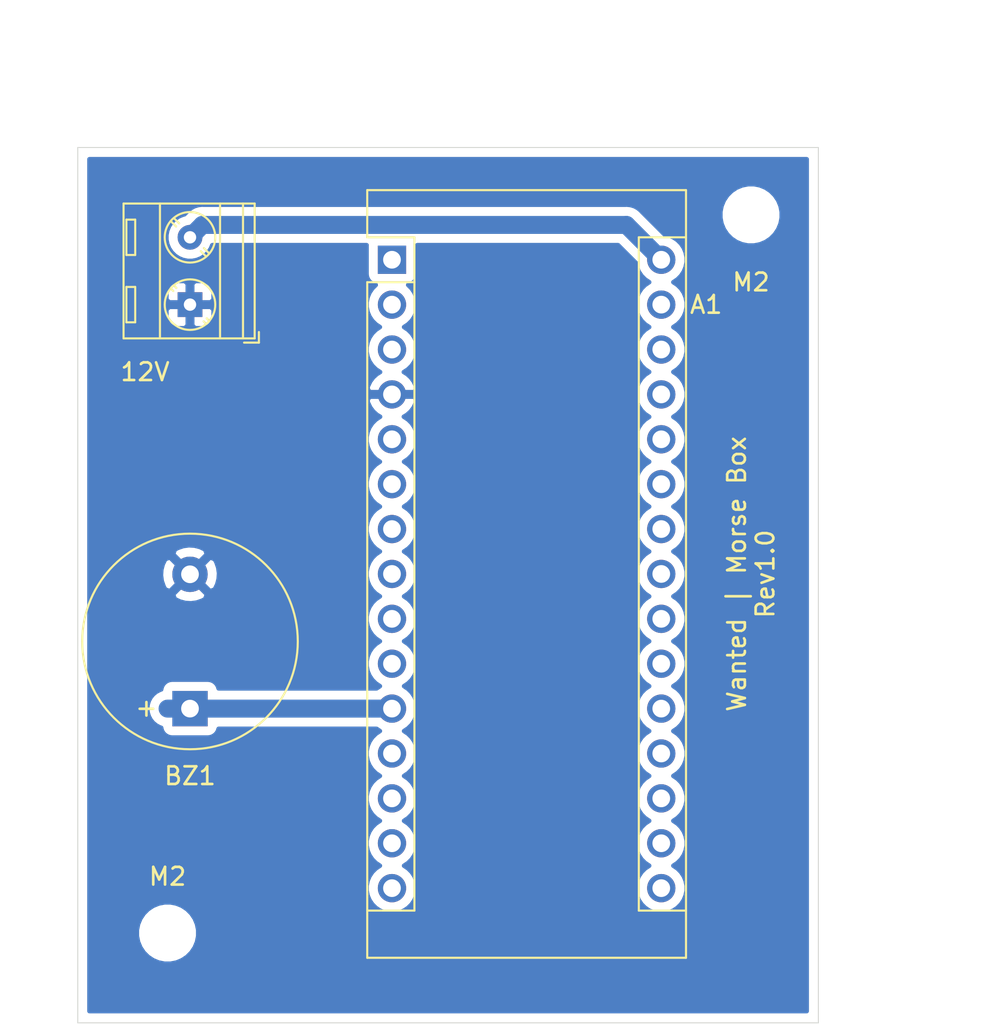
<source format=kicad_pcb>
(kicad_pcb (version 20171130) (host pcbnew 5.1.9+dfsg1-1)

  (general
    (thickness 1.6)
    (drawings 8)
    (tracks 4)
    (zones 0)
    (modules 5)
    (nets 31)
  )

  (page A4)
  (layers
    (0 F.Cu signal)
    (31 B.Cu signal)
    (32 B.Adhes user)
    (33 F.Adhes user)
    (34 B.Paste user)
    (35 F.Paste user)
    (36 B.SilkS user)
    (37 F.SilkS user)
    (38 B.Mask user)
    (39 F.Mask user)
    (40 Dwgs.User user)
    (41 Cmts.User user)
    (42 Eco1.User user)
    (43 Eco2.User user)
    (44 Edge.Cuts user)
    (45 Margin user)
    (46 B.CrtYd user)
    (47 F.CrtYd user)
    (48 B.Fab user)
    (49 F.Fab user)
  )

  (setup
    (last_trace_width 1.016)
    (user_trace_width 1.016)
    (trace_clearance 0.2)
    (zone_clearance 0.508)
    (zone_45_only no)
    (trace_min 0.2)
    (via_size 0.8)
    (via_drill 0.4)
    (via_min_size 0.4)
    (via_min_drill 0.3)
    (uvia_size 0.3)
    (uvia_drill 0.1)
    (uvias_allowed no)
    (uvia_min_size 0.2)
    (uvia_min_drill 0.1)
    (edge_width 0.05)
    (segment_width 0.2)
    (pcb_text_width 0.3)
    (pcb_text_size 1.5 1.5)
    (mod_edge_width 0.12)
    (mod_text_size 1 1)
    (mod_text_width 0.15)
    (pad_size 1.4 1.4)
    (pad_drill 0.7)
    (pad_to_mask_clearance 0)
    (aux_axis_origin 0 0)
    (visible_elements FFFFFF7F)
    (pcbplotparams
      (layerselection 0x010fc_ffffffff)
      (usegerberextensions false)
      (usegerberattributes true)
      (usegerberadvancedattributes true)
      (creategerberjobfile true)
      (excludeedgelayer true)
      (linewidth 0.100000)
      (plotframeref false)
      (viasonmask false)
      (mode 1)
      (useauxorigin false)
      (hpglpennumber 1)
      (hpglpenspeed 20)
      (hpglpendiameter 15.000000)
      (psnegative false)
      (psa4output false)
      (plotreference true)
      (plotvalue true)
      (plotinvisibletext false)
      (padsonsilk false)
      (subtractmaskfromsilk false)
      (outputformat 1)
      (mirror false)
      (drillshape 0)
      (scaleselection 1)
      (outputdirectory ""))
  )

  (net 0 "")
  (net 1 "Net-(A1-Pad16)")
  (net 2 "Net-(A1-Pad15)")
  (net 3 +12V)
  (net 4 "Net-(A1-Pad14)")
  (net 5 "Net-(A1-Pad29)")
  (net 6 "Net-(A1-Pad13)")
  (net 7 "Net-(A1-Pad28)")
  (net 8 "Net-(A1-Pad12)")
  (net 9 "Net-(A1-Pad27)")
  (net 10 "Net-(A1-Pad11)")
  (net 11 "Net-(A1-Pad26)")
  (net 12 "Net-(A1-Pad10)")
  (net 13 "Net-(A1-Pad25)")
  (net 14 "Net-(A1-Pad9)")
  (net 15 "Net-(A1-Pad24)")
  (net 16 "Net-(A1-Pad8)")
  (net 17 "Net-(A1-Pad23)")
  (net 18 "Net-(A1-Pad7)")
  (net 19 "Net-(A1-Pad22)")
  (net 20 "Net-(A1-Pad6)")
  (net 21 "Net-(A1-Pad21)")
  (net 22 "Net-(A1-Pad5)")
  (net 23 "Net-(A1-Pad20)")
  (net 24 GND)
  (net 25 "Net-(A1-Pad19)")
  (net 26 "Net-(A1-Pad3)")
  (net 27 "Net-(A1-Pad18)")
  (net 28 "Net-(A1-Pad2)")
  (net 29 "Net-(A1-Pad17)")
  (net 30 "Net-(A1-Pad1)")

  (net_class Default "This is the default net class."
    (clearance 0.2)
    (trace_width 0.25)
    (via_dia 0.8)
    (via_drill 0.4)
    (uvia_dia 0.3)
    (uvia_drill 0.1)
    (add_net +12V)
    (add_net GND)
    (add_net "Net-(A1-Pad1)")
    (add_net "Net-(A1-Pad10)")
    (add_net "Net-(A1-Pad11)")
    (add_net "Net-(A1-Pad12)")
    (add_net "Net-(A1-Pad13)")
    (add_net "Net-(A1-Pad14)")
    (add_net "Net-(A1-Pad15)")
    (add_net "Net-(A1-Pad16)")
    (add_net "Net-(A1-Pad17)")
    (add_net "Net-(A1-Pad18)")
    (add_net "Net-(A1-Pad19)")
    (add_net "Net-(A1-Pad2)")
    (add_net "Net-(A1-Pad20)")
    (add_net "Net-(A1-Pad21)")
    (add_net "Net-(A1-Pad22)")
    (add_net "Net-(A1-Pad23)")
    (add_net "Net-(A1-Pad24)")
    (add_net "Net-(A1-Pad25)")
    (add_net "Net-(A1-Pad26)")
    (add_net "Net-(A1-Pad27)")
    (add_net "Net-(A1-Pad28)")
    (add_net "Net-(A1-Pad29)")
    (add_net "Net-(A1-Pad3)")
    (add_net "Net-(A1-Pad5)")
    (add_net "Net-(A1-Pad6)")
    (add_net "Net-(A1-Pad7)")
    (add_net "Net-(A1-Pad8)")
    (add_net "Net-(A1-Pad9)")
  )

  (module MountingHole:MountingHole_2.2mm_M2 (layer F.Cu) (tedit 56D1B4CB) (tstamp 614B1641)
    (at 158.75 43.18)
    (descr "Mounting Hole 2.2mm, no annular, M2")
    (tags "mounting hole 2.2mm no annular m2")
    (attr virtual)
    (fp_text reference M2 (at 0 3.81) (layer F.SilkS)
      (effects (font (size 1 1) (thickness 0.15)))
    )
    (fp_text value MountingHole_2.2mm_M2 (at 0 3.2) (layer F.Fab)
      (effects (font (size 1 1) (thickness 0.15)))
    )
    (fp_circle (center 0 0) (end 2.2 0) (layer Cmts.User) (width 0.15))
    (fp_circle (center 0 0) (end 2.45 0) (layer F.CrtYd) (width 0.05))
    (fp_text user %R (at 0 0) (layer F.Fab)
      (effects (font (size 1 1) (thickness 0.15)))
    )
    (pad 1 np_thru_hole circle (at 0 0) (size 2.2 2.2) (drill 2.2) (layers *.Cu *.Mask))
  )

  (module MountingHole:MountingHole_2.2mm_M2 (layer F.Cu) (tedit 56D1B4CB) (tstamp 614B1607)
    (at 125.73 83.82)
    (descr "Mounting Hole 2.2mm, no annular, M2")
    (tags "mounting hole 2.2mm no annular m2")
    (attr virtual)
    (fp_text reference M2 (at 0 -3.2) (layer F.SilkS)
      (effects (font (size 1 1) (thickness 0.15)))
    )
    (fp_text value MountingHole_2.2mm_M2 (at 0 3.2) (layer F.Fab)
      (effects (font (size 1 1) (thickness 0.15)))
    )
    (fp_text user %R (at 0.3 0) (layer F.Fab)
      (effects (font (size 1 1) (thickness 0.15)))
    )
    (fp_circle (center 0 0) (end 2.2 0) (layer Cmts.User) (width 0.15))
    (fp_circle (center 0 0) (end 2.45 0) (layer F.CrtYd) (width 0.05))
    (pad 1 np_thru_hole circle (at 0 0) (size 2.2 2.2) (drill 2.2) (layers *.Cu *.Mask))
  )

  (module TerminalBlock_MetzConnect:TerminalBlock_MetzConnect_Type086_RT03402HBLC_1x02_P3.81mm_Horizontal (layer F.Cu) (tedit 614A4929) (tstamp 614B0E29)
    (at 127 48.26 90)
    (descr "terminal block Metz Connect Type086_RT03402HBLC, 2 pins, pitch 3.81mm, size 7.51x7.3mm^2, drill diamater 0.7mm, pad diameter 1.4mm, see http://www.metz-connect.com/de/system/files/productfiles/Datenblatt_310861_RT034xxHBLC_OFF-026114K.pdf, script-generated using https://github.com/pointhi/kicad-footprint-generator/scripts/TerminalBlock_MetzConnect")
    (tags "THT terminal block Metz Connect Type086_RT03402HBLC pitch 3.81mm size 7.51x7.3mm^2 drill 0.7mm pad 1.4mm")
    (fp_text reference 12V (at -3.81 -2.54 180) (layer F.SilkS)
      (effects (font (size 1 1) (thickness 0.15)))
    )
    (fp_text value RT03402HBLC3.81mm (at 1.905 4.66 90) (layer F.Fab)
      (effects (font (size 1 1) (thickness 0.15)))
    )
    (fp_text user %R (at 1.905 2.4 90) (layer F.Fab)
      (effects (font (size 1 1) (thickness 0.15)))
    )
    (fp_circle (center 0 0) (end 1.25 0) (layer F.Fab) (width 0.1))
    (fp_circle (center 0 0) (end 1.43 0) (layer F.SilkS) (width 0.12))
    (fp_circle (center 3.81 0) (end 5.06 0) (layer F.Fab) (width 0.1))
    (fp_circle (center 3.81 0) (end 5.24 0) (layer F.SilkS) (width 0.12))
    (fp_line (start -1.85 -3.7) (end 5.66 -3.7) (layer F.Fab) (width 0.1))
    (fp_line (start 5.66 -3.7) (end 5.66 3.6) (layer F.Fab) (width 0.1))
    (fp_line (start 5.66 3.6) (end -1.25 3.6) (layer F.Fab) (width 0.1))
    (fp_line (start -1.25 3.6) (end -1.85 3) (layer F.Fab) (width 0.1))
    (fp_line (start -1.85 3) (end -1.85 -3.7) (layer F.Fab) (width 0.1))
    (fp_line (start -1.85 3) (end 5.66 3) (layer F.Fab) (width 0.1))
    (fp_line (start -1.91 3) (end 5.72 3) (layer F.SilkS) (width 0.12))
    (fp_line (start -1.85 1.7) (end 5.66 1.7) (layer F.Fab) (width 0.1))
    (fp_line (start -1.91 1.701) (end 5.72 1.701) (layer F.SilkS) (width 0.12))
    (fp_line (start -1.85 -1.7) (end 5.66 -1.7) (layer F.Fab) (width 0.1))
    (fp_line (start -1.91 -1.7) (end 5.72 -1.7) (layer F.SilkS) (width 0.12))
    (fp_line (start -1.91 -3.76) (end 5.72 -3.76) (layer F.SilkS) (width 0.12))
    (fp_line (start -1.91 3.66) (end 5.72 3.66) (layer F.SilkS) (width 0.12))
    (fp_line (start -1.91 -3.76) (end -1.91 3.66) (layer F.SilkS) (width 0.12))
    (fp_line (start 5.72 -3.76) (end 5.72 3.66) (layer F.SilkS) (width 0.12))
    (fp_line (start 0.949 -0.796) (end -0.796 0.948) (layer F.Fab) (width 0.1))
    (fp_line (start 0.796 -0.948) (end -0.949 0.796) (layer F.Fab) (width 0.1))
    (fp_line (start 1.085 -0.91) (end 0.945 -0.771) (layer F.SilkS) (width 0.12))
    (fp_line (start -0.771 0.945) (end -0.911 1.085) (layer F.SilkS) (width 0.12))
    (fp_line (start 0.911 -1.085) (end 0.771 -0.945) (layer F.SilkS) (width 0.12))
    (fp_line (start -0.946 0.771) (end -1.085 0.91) (layer F.SilkS) (width 0.12))
    (fp_line (start -1 -3.6) (end -1 -3.1) (layer F.Fab) (width 0.1))
    (fp_line (start -1 -3.1) (end 1 -3.1) (layer F.Fab) (width 0.1))
    (fp_line (start 1 -3.1) (end 1 -3.6) (layer F.Fab) (width 0.1))
    (fp_line (start 1 -3.6) (end -1 -3.6) (layer F.Fab) (width 0.1))
    (fp_line (start -1 -3.6) (end 1 -3.6) (layer F.SilkS) (width 0.12))
    (fp_line (start -1 -3.1) (end 1 -3.1) (layer F.SilkS) (width 0.12))
    (fp_line (start -1 -3.6) (end -1 -3.1) (layer F.SilkS) (width 0.12))
    (fp_line (start 1 -3.6) (end 1 -3.1) (layer F.SilkS) (width 0.12))
    (fp_line (start 4.759 -0.796) (end 3.015 0.948) (layer F.Fab) (width 0.1))
    (fp_line (start 4.606 -0.948) (end 2.862 0.796) (layer F.Fab) (width 0.1))
    (fp_line (start 4.895 -0.91) (end 4.596 -0.611) (layer F.SilkS) (width 0.12))
    (fp_line (start 3.2 0.786) (end 2.9 1.085) (layer F.SilkS) (width 0.12))
    (fp_line (start 4.721 -1.085) (end 4.421 -0.786) (layer F.SilkS) (width 0.12))
    (fp_line (start 3.025 0.611) (end 2.726 0.91) (layer F.SilkS) (width 0.12))
    (fp_line (start 2.81 -3.6) (end 2.81 -3.1) (layer F.Fab) (width 0.1))
    (fp_line (start 2.81 -3.1) (end 4.81 -3.1) (layer F.Fab) (width 0.1))
    (fp_line (start 4.81 -3.1) (end 4.81 -3.6) (layer F.Fab) (width 0.1))
    (fp_line (start 4.81 -3.6) (end 2.81 -3.6) (layer F.Fab) (width 0.1))
    (fp_line (start 2.81 -3.6) (end 4.81 -3.6) (layer F.SilkS) (width 0.12))
    (fp_line (start 2.81 -3.1) (end 4.81 -3.1) (layer F.SilkS) (width 0.12))
    (fp_line (start 2.81 -3.6) (end 2.81 -3.1) (layer F.SilkS) (width 0.12))
    (fp_line (start 4.81 -3.6) (end 4.81 -3.1) (layer F.SilkS) (width 0.12))
    (fp_line (start -2.15 3.06) (end -2.15 3.9) (layer F.SilkS) (width 0.12))
    (fp_line (start -2.15 3.9) (end -1.55 3.9) (layer F.SilkS) (width 0.12))
    (fp_line (start -2.35 -4.2) (end -2.35 4.11) (layer F.CrtYd) (width 0.05))
    (fp_line (start -2.35 4.11) (end 6.16 4.11) (layer F.CrtYd) (width 0.05))
    (fp_line (start 6.16 4.11) (end 6.16 -4.2) (layer F.CrtYd) (width 0.05))
    (fp_line (start 6.16 -4.2) (end -2.35 -4.2) (layer F.CrtYd) (width 0.05))
    (pad 2 thru_hole circle (at 3.81 0 90) (size 1.4 1.4) (drill 0.7) (layers *.Cu *.Mask)
      (net 3 +12V))
    (pad 1 thru_hole rect (at 0 0 90) (size 1.4 1.4) (drill 0.7) (layers *.Cu *.Mask)
      (net 24 GND))
    (model ${KISYS3DMOD}/TerminalBlock_MetzConnect.3dshapes/TerminalBlock_MetzConnect_Type086_RT03402HBLC_1x02_P3.81mm_Horizontal.wrl
      (at (xyz 0 0 0))
      (scale (xyz 1 1 1))
      (rotate (xyz 0 0 0))
    )
  )

  (module Buzzer_Beeper:Buzzer_12x9.5RM7.6 (layer F.Cu) (tedit 5A030281) (tstamp 614AA5FC)
    (at 127 71.12 90)
    (descr "Generic Buzzer, D12mm height 9.5mm with RM7.6mm")
    (tags buzzer)
    (path /614A4FD5)
    (fp_text reference BZ1 (at -3.81 0 180) (layer F.SilkS)
      (effects (font (size 1 1) (thickness 0.15)))
    )
    (fp_text value Buzzer (at 3.8 7.4 90) (layer F.Fab)
      (effects (font (size 1 1) (thickness 0.15)))
    )
    (fp_text user %R (at 3.8 -3.46 90) (layer F.Fab)
      (effects (font (size 1 1) (thickness 0.15)))
    )
    (fp_text user + (at -0.01 -2.54 90) (layer F.SilkS)
      (effects (font (size 1 1) (thickness 0.15)))
    )
    (fp_text user + (at -0.01 -2.54 90) (layer F.Fab)
      (effects (font (size 1 1) (thickness 0.15)))
    )
    (fp_circle (center 3.8 0) (end 10.05 0) (layer F.CrtYd) (width 0.05))
    (fp_circle (center 3.8 0) (end 9.8 0) (layer F.Fab) (width 0.1))
    (fp_circle (center 3.8 0) (end 4.8 0) (layer F.Fab) (width 0.1))
    (fp_circle (center 3.8 0) (end 9.9 0) (layer F.SilkS) (width 0.12))
    (pad 2 thru_hole circle (at 7.6 0 90) (size 2 2) (drill 1) (layers *.Cu *.Mask)
      (net 24 GND))
    (pad 1 thru_hole rect (at 0 0 90) (size 2 2) (drill 1) (layers *.Cu *.Mask)
      (net 10 "Net-(A1-Pad11)"))
    (model ${KISYS3DMOD}/Buzzer_Beeper.3dshapes/Buzzer_12x9.5RM7.6.wrl
      (at (xyz 0 0 0))
      (scale (xyz 1 1 1))
      (rotate (xyz 0 0 0))
    )
  )

  (module Module:Arduino_Nano (layer F.Cu) (tedit 58ACAF70) (tstamp 614AA5EF)
    (at 138.43 45.72)
    (descr "Arduino Nano, http://www.mouser.com/pdfdocs/Gravitech_Arduino_Nano3_0.pdf")
    (tags "Arduino Nano")
    (path /614A40FF)
    (fp_text reference A1 (at 17.78 2.54) (layer F.SilkS)
      (effects (font (size 1 1) (thickness 0.15)))
    )
    (fp_text value Arduino_Nano_v3.x (at 8.89 19.05 90) (layer F.Fab)
      (effects (font (size 1 1) (thickness 0.15)))
    )
    (fp_text user %R (at 6.35 19.05 90) (layer F.Fab)
      (effects (font (size 1 1) (thickness 0.15)))
    )
    (fp_line (start 1.27 1.27) (end 1.27 -1.27) (layer F.SilkS) (width 0.12))
    (fp_line (start 1.27 -1.27) (end -1.4 -1.27) (layer F.SilkS) (width 0.12))
    (fp_line (start -1.4 1.27) (end -1.4 39.5) (layer F.SilkS) (width 0.12))
    (fp_line (start -1.4 -3.94) (end -1.4 -1.27) (layer F.SilkS) (width 0.12))
    (fp_line (start 13.97 -1.27) (end 16.64 -1.27) (layer F.SilkS) (width 0.12))
    (fp_line (start 13.97 -1.27) (end 13.97 36.83) (layer F.SilkS) (width 0.12))
    (fp_line (start 13.97 36.83) (end 16.64 36.83) (layer F.SilkS) (width 0.12))
    (fp_line (start 1.27 1.27) (end -1.4 1.27) (layer F.SilkS) (width 0.12))
    (fp_line (start 1.27 1.27) (end 1.27 36.83) (layer F.SilkS) (width 0.12))
    (fp_line (start 1.27 36.83) (end -1.4 36.83) (layer F.SilkS) (width 0.12))
    (fp_line (start 3.81 31.75) (end 11.43 31.75) (layer F.Fab) (width 0.1))
    (fp_line (start 11.43 31.75) (end 11.43 41.91) (layer F.Fab) (width 0.1))
    (fp_line (start 11.43 41.91) (end 3.81 41.91) (layer F.Fab) (width 0.1))
    (fp_line (start 3.81 41.91) (end 3.81 31.75) (layer F.Fab) (width 0.1))
    (fp_line (start -1.4 39.5) (end 16.64 39.5) (layer F.SilkS) (width 0.12))
    (fp_line (start 16.64 39.5) (end 16.64 -3.94) (layer F.SilkS) (width 0.12))
    (fp_line (start 16.64 -3.94) (end -1.4 -3.94) (layer F.SilkS) (width 0.12))
    (fp_line (start 16.51 39.37) (end -1.27 39.37) (layer F.Fab) (width 0.1))
    (fp_line (start -1.27 39.37) (end -1.27 -2.54) (layer F.Fab) (width 0.1))
    (fp_line (start -1.27 -2.54) (end 0 -3.81) (layer F.Fab) (width 0.1))
    (fp_line (start 0 -3.81) (end 16.51 -3.81) (layer F.Fab) (width 0.1))
    (fp_line (start 16.51 -3.81) (end 16.51 39.37) (layer F.Fab) (width 0.1))
    (fp_line (start -1.53 -4.06) (end 16.75 -4.06) (layer F.CrtYd) (width 0.05))
    (fp_line (start -1.53 -4.06) (end -1.53 42.16) (layer F.CrtYd) (width 0.05))
    (fp_line (start 16.75 42.16) (end 16.75 -4.06) (layer F.CrtYd) (width 0.05))
    (fp_line (start 16.75 42.16) (end -1.53 42.16) (layer F.CrtYd) (width 0.05))
    (pad 16 thru_hole oval (at 15.24 35.56) (size 1.6 1.6) (drill 1) (layers *.Cu *.Mask)
      (net 1 "Net-(A1-Pad16)"))
    (pad 15 thru_hole oval (at 0 35.56) (size 1.6 1.6) (drill 1) (layers *.Cu *.Mask)
      (net 2 "Net-(A1-Pad15)"))
    (pad 30 thru_hole oval (at 15.24 0) (size 1.6 1.6) (drill 1) (layers *.Cu *.Mask)
      (net 3 +12V))
    (pad 14 thru_hole oval (at 0 33.02) (size 1.6 1.6) (drill 1) (layers *.Cu *.Mask)
      (net 4 "Net-(A1-Pad14)"))
    (pad 29 thru_hole oval (at 15.24 2.54) (size 1.6 1.6) (drill 1) (layers *.Cu *.Mask)
      (net 5 "Net-(A1-Pad29)"))
    (pad 13 thru_hole oval (at 0 30.48) (size 1.6 1.6) (drill 1) (layers *.Cu *.Mask)
      (net 6 "Net-(A1-Pad13)"))
    (pad 28 thru_hole oval (at 15.24 5.08) (size 1.6 1.6) (drill 1) (layers *.Cu *.Mask)
      (net 7 "Net-(A1-Pad28)"))
    (pad 12 thru_hole oval (at 0 27.94) (size 1.6 1.6) (drill 1) (layers *.Cu *.Mask)
      (net 8 "Net-(A1-Pad12)"))
    (pad 27 thru_hole oval (at 15.24 7.62) (size 1.6 1.6) (drill 1) (layers *.Cu *.Mask)
      (net 9 "Net-(A1-Pad27)"))
    (pad 11 thru_hole oval (at 0 25.4) (size 1.6 1.6) (drill 1) (layers *.Cu *.Mask)
      (net 10 "Net-(A1-Pad11)"))
    (pad 26 thru_hole oval (at 15.24 10.16) (size 1.6 1.6) (drill 1) (layers *.Cu *.Mask)
      (net 11 "Net-(A1-Pad26)"))
    (pad 10 thru_hole oval (at 0 22.86) (size 1.6 1.6) (drill 1) (layers *.Cu *.Mask)
      (net 12 "Net-(A1-Pad10)"))
    (pad 25 thru_hole oval (at 15.24 12.7) (size 1.6 1.6) (drill 1) (layers *.Cu *.Mask)
      (net 13 "Net-(A1-Pad25)"))
    (pad 9 thru_hole oval (at 0 20.32) (size 1.6 1.6) (drill 1) (layers *.Cu *.Mask)
      (net 14 "Net-(A1-Pad9)"))
    (pad 24 thru_hole oval (at 15.24 15.24) (size 1.6 1.6) (drill 1) (layers *.Cu *.Mask)
      (net 15 "Net-(A1-Pad24)"))
    (pad 8 thru_hole oval (at 0 17.78) (size 1.6 1.6) (drill 1) (layers *.Cu *.Mask)
      (net 16 "Net-(A1-Pad8)"))
    (pad 23 thru_hole oval (at 15.24 17.78) (size 1.6 1.6) (drill 1) (layers *.Cu *.Mask)
      (net 17 "Net-(A1-Pad23)"))
    (pad 7 thru_hole oval (at 0 15.24) (size 1.6 1.6) (drill 1) (layers *.Cu *.Mask)
      (net 18 "Net-(A1-Pad7)"))
    (pad 22 thru_hole oval (at 15.24 20.32) (size 1.6 1.6) (drill 1) (layers *.Cu *.Mask)
      (net 19 "Net-(A1-Pad22)"))
    (pad 6 thru_hole oval (at 0 12.7) (size 1.6 1.6) (drill 1) (layers *.Cu *.Mask)
      (net 20 "Net-(A1-Pad6)"))
    (pad 21 thru_hole oval (at 15.24 22.86) (size 1.6 1.6) (drill 1) (layers *.Cu *.Mask)
      (net 21 "Net-(A1-Pad21)"))
    (pad 5 thru_hole oval (at 0 10.16) (size 1.6 1.6) (drill 1) (layers *.Cu *.Mask)
      (net 22 "Net-(A1-Pad5)"))
    (pad 20 thru_hole oval (at 15.24 25.4) (size 1.6 1.6) (drill 1) (layers *.Cu *.Mask)
      (net 23 "Net-(A1-Pad20)"))
    (pad 4 thru_hole oval (at 0 7.62) (size 1.6 1.6) (drill 1) (layers *.Cu *.Mask)
      (net 24 GND))
    (pad 19 thru_hole oval (at 15.24 27.94) (size 1.6 1.6) (drill 1) (layers *.Cu *.Mask)
      (net 25 "Net-(A1-Pad19)"))
    (pad 3 thru_hole oval (at 0 5.08) (size 1.6 1.6) (drill 1) (layers *.Cu *.Mask)
      (net 26 "Net-(A1-Pad3)"))
    (pad 18 thru_hole oval (at 15.24 30.48) (size 1.6 1.6) (drill 1) (layers *.Cu *.Mask)
      (net 27 "Net-(A1-Pad18)"))
    (pad 2 thru_hole oval (at 0 2.54) (size 1.6 1.6) (drill 1) (layers *.Cu *.Mask)
      (net 28 "Net-(A1-Pad2)"))
    (pad 17 thru_hole oval (at 15.24 33.02) (size 1.6 1.6) (drill 1) (layers *.Cu *.Mask)
      (net 29 "Net-(A1-Pad17)"))
    (pad 1 thru_hole rect (at 0 0) (size 1.6 1.6) (drill 1) (layers *.Cu *.Mask)
      (net 30 "Net-(A1-Pad1)"))
    (model ${KISYS3DMOD}/Module.3dshapes/Arduino_Nano_WithMountingHoles.wrl
      (at (xyz 0 0 0))
      (scale (xyz 1 1 1))
      (rotate (xyz 0 0 0))
    )
  )

  (dimension 49.53 (width 0.15) (layer Dwgs.User)
    (gr_text "49.530 mm" (at 171.48 64.135 90) (layer Dwgs.User)
      (effects (font (size 1 1) (thickness 0.15)))
    )
    (feature1 (pts (xy 162.56 39.37) (xy 170.766421 39.37)))
    (feature2 (pts (xy 162.56 88.9) (xy 170.766421 88.9)))
    (crossbar (pts (xy 170.18 88.9) (xy 170.18 39.37)))
    (arrow1a (pts (xy 170.18 39.37) (xy 170.766421 40.496504)))
    (arrow1b (pts (xy 170.18 39.37) (xy 169.593579 40.496504)))
    (arrow2a (pts (xy 170.18 88.9) (xy 170.766421 87.773496)))
    (arrow2b (pts (xy 170.18 88.9) (xy 169.593579 87.773496)))
  )
  (dimension 41.91 (width 0.15) (layer Dwgs.User)
    (gr_text "41.910 mm" (at 141.605 31.72) (layer Dwgs.User)
      (effects (font (size 1 1) (thickness 0.15)))
    )
    (feature1 (pts (xy 162.56 39.37) (xy 162.56 32.433579)))
    (feature2 (pts (xy 120.65 39.37) (xy 120.65 32.433579)))
    (crossbar (pts (xy 120.65 33.02) (xy 162.56 33.02)))
    (arrow1a (pts (xy 162.56 33.02) (xy 161.433496 33.606421)))
    (arrow1b (pts (xy 162.56 33.02) (xy 161.433496 32.433579)))
    (arrow2a (pts (xy 120.65 33.02) (xy 121.776504 33.606421)))
    (arrow2b (pts (xy 120.65 33.02) (xy 121.776504 32.433579)))
  )
  (dimension 41.91 (width 0.15) (layer Dwgs.User)
    (gr_text "1.6500 in" (at 141.605 34.26) (layer Dwgs.User)
      (effects (font (size 1 1) (thickness 0.15)))
    )
    (feature1 (pts (xy 162.56 39.37) (xy 162.56 34.973579)))
    (feature2 (pts (xy 120.65 39.37) (xy 120.65 34.973579)))
    (crossbar (pts (xy 120.65 35.56) (xy 162.56 35.56)))
    (arrow1a (pts (xy 162.56 35.56) (xy 161.433496 36.146421)))
    (arrow1b (pts (xy 162.56 35.56) (xy 161.433496 34.973579)))
    (arrow2a (pts (xy 120.65 35.56) (xy 121.776504 36.146421)))
    (arrow2b (pts (xy 120.65 35.56) (xy 121.776504 34.973579)))
  )
  (gr_line (start 120.65 88.9) (end 120.65 39.37) (layer Edge.Cuts) (width 0.05) (tstamp 614B1751))
  (gr_line (start 162.56 88.9) (end 120.65 88.9) (layer Edge.Cuts) (width 0.05))
  (gr_line (start 162.56 39.37) (end 162.56 88.9) (layer Edge.Cuts) (width 0.05))
  (gr_line (start 120.65 39.37) (end 162.56 39.37) (layer Edge.Cuts) (width 0.05))
  (gr_text "Wanted | Morse Box\nRev1.0" (at 158.75 63.5 90) (layer F.SilkS)
    (effects (font (size 1 1) (thickness 0.15)))
  )

  (segment (start 151.700001 43.750001) (end 153.67 45.72) (width 1.016) (layer B.Cu) (net 3))
  (segment (start 127.699999 43.750001) (end 127 44.45) (width 1.016) (layer B.Cu) (net 3))
  (segment (start 151.700001 43.750001) (end 127.699999 43.750001) (width 1.016) (layer B.Cu) (net 3))
  (segment (start 138.43 71.12) (end 125.73 71.12) (width 1.016) (layer B.Cu) (net 10))

  (zone (net 24) (net_name GND) (layer B.Cu) (tstamp 614B185B) (hatch edge 0.508)
    (connect_pads (clearance 0.508))
    (min_thickness 0.254)
    (fill yes (arc_segments 32) (thermal_gap 0.508) (thermal_bridge_width 0.508))
    (polygon
      (pts
        (xy 162.56 88.9) (xy 120.65 88.9) (xy 120.65 39.37) (xy 162.56 39.37)
      )
    )
    (filled_polygon
      (pts
        (xy 161.900001 88.24) (xy 121.31 88.24) (xy 121.31 83.649117) (xy 123.995 83.649117) (xy 123.995 83.990883)
        (xy 124.061675 84.326081) (xy 124.192463 84.641831) (xy 124.382337 84.925998) (xy 124.624002 85.167663) (xy 124.908169 85.357537)
        (xy 125.223919 85.488325) (xy 125.559117 85.555) (xy 125.900883 85.555) (xy 126.236081 85.488325) (xy 126.551831 85.357537)
        (xy 126.835998 85.167663) (xy 127.077663 84.925998) (xy 127.267537 84.641831) (xy 127.398325 84.326081) (xy 127.465 83.990883)
        (xy 127.465 83.649117) (xy 127.398325 83.313919) (xy 127.267537 82.998169) (xy 127.077663 82.714002) (xy 126.835998 82.472337)
        (xy 126.551831 82.282463) (xy 126.236081 82.151675) (xy 125.900883 82.085) (xy 125.559117 82.085) (xy 125.223919 82.151675)
        (xy 124.908169 82.282463) (xy 124.624002 82.472337) (xy 124.382337 82.714002) (xy 124.192463 82.998169) (xy 124.061675 83.313919)
        (xy 123.995 83.649117) (xy 121.31 83.649117) (xy 121.31 71.12) (xy 124.58147 71.12) (xy 124.603539 71.344067)
        (xy 124.668897 71.559523) (xy 124.775032 71.758089) (xy 124.917867 71.932133) (xy 125.091911 72.074968) (xy 125.290477 72.181103)
        (xy 125.370332 72.205327) (xy 125.374188 72.244482) (xy 125.410498 72.36418) (xy 125.469463 72.474494) (xy 125.548815 72.571185)
        (xy 125.645506 72.650537) (xy 125.75582 72.709502) (xy 125.875518 72.745812) (xy 126 72.758072) (xy 128 72.758072)
        (xy 128.124482 72.745812) (xy 128.24418 72.709502) (xy 128.354494 72.650537) (xy 128.451185 72.571185) (xy 128.530537 72.474494)
        (xy 128.589502 72.36418) (xy 128.620195 72.263) (xy 137.557689 72.263) (xy 137.747759 72.39) (xy 137.515241 72.545363)
        (xy 137.315363 72.745241) (xy 137.15832 72.980273) (xy 137.050147 73.241426) (xy 136.995 73.518665) (xy 136.995 73.801335)
        (xy 137.050147 74.078574) (xy 137.15832 74.339727) (xy 137.315363 74.574759) (xy 137.515241 74.774637) (xy 137.747759 74.93)
        (xy 137.515241 75.085363) (xy 137.315363 75.285241) (xy 137.15832 75.520273) (xy 137.050147 75.781426) (xy 136.995 76.058665)
        (xy 136.995 76.341335) (xy 137.050147 76.618574) (xy 137.15832 76.879727) (xy 137.315363 77.114759) (xy 137.515241 77.314637)
        (xy 137.747759 77.47) (xy 137.515241 77.625363) (xy 137.315363 77.825241) (xy 137.15832 78.060273) (xy 137.050147 78.321426)
        (xy 136.995 78.598665) (xy 136.995 78.881335) (xy 137.050147 79.158574) (xy 137.15832 79.419727) (xy 137.315363 79.654759)
        (xy 137.515241 79.854637) (xy 137.747759 80.01) (xy 137.515241 80.165363) (xy 137.315363 80.365241) (xy 137.15832 80.600273)
        (xy 137.050147 80.861426) (xy 136.995 81.138665) (xy 136.995 81.421335) (xy 137.050147 81.698574) (xy 137.15832 81.959727)
        (xy 137.315363 82.194759) (xy 137.515241 82.394637) (xy 137.750273 82.55168) (xy 138.011426 82.659853) (xy 138.288665 82.715)
        (xy 138.571335 82.715) (xy 138.848574 82.659853) (xy 139.109727 82.55168) (xy 139.344759 82.394637) (xy 139.544637 82.194759)
        (xy 139.70168 81.959727) (xy 139.809853 81.698574) (xy 139.865 81.421335) (xy 139.865 81.138665) (xy 139.809853 80.861426)
        (xy 139.70168 80.600273) (xy 139.544637 80.365241) (xy 139.344759 80.165363) (xy 139.112241 80.01) (xy 139.344759 79.854637)
        (xy 139.544637 79.654759) (xy 139.70168 79.419727) (xy 139.809853 79.158574) (xy 139.865 78.881335) (xy 139.865 78.598665)
        (xy 139.809853 78.321426) (xy 139.70168 78.060273) (xy 139.544637 77.825241) (xy 139.344759 77.625363) (xy 139.112241 77.47)
        (xy 139.344759 77.314637) (xy 139.544637 77.114759) (xy 139.70168 76.879727) (xy 139.809853 76.618574) (xy 139.865 76.341335)
        (xy 139.865 76.058665) (xy 139.809853 75.781426) (xy 139.70168 75.520273) (xy 139.544637 75.285241) (xy 139.344759 75.085363)
        (xy 139.112241 74.93) (xy 139.344759 74.774637) (xy 139.544637 74.574759) (xy 139.70168 74.339727) (xy 139.809853 74.078574)
        (xy 139.865 73.801335) (xy 139.865 73.518665) (xy 139.809853 73.241426) (xy 139.70168 72.980273) (xy 139.544637 72.745241)
        (xy 139.344759 72.545363) (xy 139.112241 72.39) (xy 139.344759 72.234637) (xy 139.544637 72.034759) (xy 139.70168 71.799727)
        (xy 139.809853 71.538574) (xy 139.865 71.261335) (xy 139.865 70.978665) (xy 139.809853 70.701426) (xy 139.70168 70.440273)
        (xy 139.544637 70.205241) (xy 139.344759 70.005363) (xy 139.112241 69.85) (xy 139.344759 69.694637) (xy 139.544637 69.494759)
        (xy 139.70168 69.259727) (xy 139.809853 68.998574) (xy 139.865 68.721335) (xy 139.865 68.438665) (xy 139.809853 68.161426)
        (xy 139.70168 67.900273) (xy 139.544637 67.665241) (xy 139.344759 67.465363) (xy 139.112241 67.31) (xy 139.344759 67.154637)
        (xy 139.544637 66.954759) (xy 139.70168 66.719727) (xy 139.809853 66.458574) (xy 139.865 66.181335) (xy 139.865 65.898665)
        (xy 139.809853 65.621426) (xy 139.70168 65.360273) (xy 139.544637 65.125241) (xy 139.344759 64.925363) (xy 139.112241 64.77)
        (xy 139.344759 64.614637) (xy 139.544637 64.414759) (xy 139.70168 64.179727) (xy 139.809853 63.918574) (xy 139.865 63.641335)
        (xy 139.865 63.358665) (xy 139.809853 63.081426) (xy 139.70168 62.820273) (xy 139.544637 62.585241) (xy 139.344759 62.385363)
        (xy 139.112241 62.23) (xy 139.344759 62.074637) (xy 139.544637 61.874759) (xy 139.70168 61.639727) (xy 139.809853 61.378574)
        (xy 139.865 61.101335) (xy 139.865 60.818665) (xy 139.809853 60.541426) (xy 139.70168 60.280273) (xy 139.544637 60.045241)
        (xy 139.344759 59.845363) (xy 139.112241 59.69) (xy 139.344759 59.534637) (xy 139.544637 59.334759) (xy 139.70168 59.099727)
        (xy 139.809853 58.838574) (xy 139.865 58.561335) (xy 139.865 58.278665) (xy 139.809853 58.001426) (xy 139.70168 57.740273)
        (xy 139.544637 57.505241) (xy 139.344759 57.305363) (xy 139.112241 57.15) (xy 139.344759 56.994637) (xy 139.544637 56.794759)
        (xy 139.70168 56.559727) (xy 139.809853 56.298574) (xy 139.865 56.021335) (xy 139.865 55.738665) (xy 139.809853 55.461426)
        (xy 139.70168 55.200273) (xy 139.544637 54.965241) (xy 139.344759 54.765363) (xy 139.109727 54.60832) (xy 139.099135 54.603933)
        (xy 139.285131 54.492385) (xy 139.493519 54.303414) (xy 139.661037 54.07742) (xy 139.781246 53.823087) (xy 139.821904 53.689039)
        (xy 139.699915 53.467) (xy 138.557 53.467) (xy 138.557 53.487) (xy 138.303 53.487) (xy 138.303 53.467)
        (xy 137.160085 53.467) (xy 137.038096 53.689039) (xy 137.078754 53.823087) (xy 137.198963 54.07742) (xy 137.366481 54.303414)
        (xy 137.574869 54.492385) (xy 137.760865 54.603933) (xy 137.750273 54.60832) (xy 137.515241 54.765363) (xy 137.315363 54.965241)
        (xy 137.15832 55.200273) (xy 137.050147 55.461426) (xy 136.995 55.738665) (xy 136.995 56.021335) (xy 137.050147 56.298574)
        (xy 137.15832 56.559727) (xy 137.315363 56.794759) (xy 137.515241 56.994637) (xy 137.747759 57.15) (xy 137.515241 57.305363)
        (xy 137.315363 57.505241) (xy 137.15832 57.740273) (xy 137.050147 58.001426) (xy 136.995 58.278665) (xy 136.995 58.561335)
        (xy 137.050147 58.838574) (xy 137.15832 59.099727) (xy 137.315363 59.334759) (xy 137.515241 59.534637) (xy 137.747759 59.69)
        (xy 137.515241 59.845363) (xy 137.315363 60.045241) (xy 137.15832 60.280273) (xy 137.050147 60.541426) (xy 136.995 60.818665)
        (xy 136.995 61.101335) (xy 137.050147 61.378574) (xy 137.15832 61.639727) (xy 137.315363 61.874759) (xy 137.515241 62.074637)
        (xy 137.747759 62.23) (xy 137.515241 62.385363) (xy 137.315363 62.585241) (xy 137.15832 62.820273) (xy 137.050147 63.081426)
        (xy 136.995 63.358665) (xy 136.995 63.641335) (xy 137.050147 63.918574) (xy 137.15832 64.179727) (xy 137.315363 64.414759)
        (xy 137.515241 64.614637) (xy 137.747759 64.77) (xy 137.515241 64.925363) (xy 137.315363 65.125241) (xy 137.15832 65.360273)
        (xy 137.050147 65.621426) (xy 136.995 65.898665) (xy 136.995 66.181335) (xy 137.050147 66.458574) (xy 137.15832 66.719727)
        (xy 137.315363 66.954759) (xy 137.515241 67.154637) (xy 137.747759 67.31) (xy 137.515241 67.465363) (xy 137.315363 67.665241)
        (xy 137.15832 67.900273) (xy 137.050147 68.161426) (xy 136.995 68.438665) (xy 136.995 68.721335) (xy 137.050147 68.998574)
        (xy 137.15832 69.259727) (xy 137.315363 69.494759) (xy 137.515241 69.694637) (xy 137.747759 69.85) (xy 137.557689 69.977)
        (xy 128.620195 69.977) (xy 128.589502 69.87582) (xy 128.530537 69.765506) (xy 128.451185 69.668815) (xy 128.354494 69.589463)
        (xy 128.24418 69.530498) (xy 128.124482 69.494188) (xy 128 69.481928) (xy 126 69.481928) (xy 125.875518 69.494188)
        (xy 125.75582 69.530498) (xy 125.645506 69.589463) (xy 125.548815 69.668815) (xy 125.469463 69.765506) (xy 125.410498 69.87582)
        (xy 125.374188 69.995518) (xy 125.370332 70.034673) (xy 125.290477 70.058897) (xy 125.091911 70.165032) (xy 124.917867 70.307867)
        (xy 124.775032 70.481911) (xy 124.668897 70.680477) (xy 124.603539 70.895933) (xy 124.58147 71.12) (xy 121.31 71.12)
        (xy 121.31 64.655413) (xy 126.044192 64.655413) (xy 126.139956 64.919814) (xy 126.429571 65.060704) (xy 126.741108 65.142384)
        (xy 127.062595 65.161718) (xy 127.381675 65.117961) (xy 127.686088 65.012795) (xy 127.860044 64.919814) (xy 127.955808 64.655413)
        (xy 127 63.699605) (xy 126.044192 64.655413) (xy 121.31 64.655413) (xy 121.31 63.582595) (xy 125.358282 63.582595)
        (xy 125.402039 63.901675) (xy 125.507205 64.206088) (xy 125.600186 64.380044) (xy 125.864587 64.475808) (xy 126.820395 63.52)
        (xy 127.179605 63.52) (xy 128.135413 64.475808) (xy 128.399814 64.380044) (xy 128.540704 64.090429) (xy 128.622384 63.778892)
        (xy 128.641718 63.457405) (xy 128.597961 63.138325) (xy 128.492795 62.833912) (xy 128.399814 62.659956) (xy 128.135413 62.564192)
        (xy 127.179605 63.52) (xy 126.820395 63.52) (xy 125.864587 62.564192) (xy 125.600186 62.659956) (xy 125.459296 62.949571)
        (xy 125.377616 63.261108) (xy 125.358282 63.582595) (xy 121.31 63.582595) (xy 121.31 62.384587) (xy 126.044192 62.384587)
        (xy 127 63.340395) (xy 127.955808 62.384587) (xy 127.860044 62.120186) (xy 127.570429 61.979296) (xy 127.258892 61.897616)
        (xy 126.937405 61.878282) (xy 126.618325 61.922039) (xy 126.313912 62.027205) (xy 126.139956 62.120186) (xy 126.044192 62.384587)
        (xy 121.31 62.384587) (xy 121.31 48.96) (xy 125.661928 48.96) (xy 125.674188 49.084482) (xy 125.710498 49.20418)
        (xy 125.769463 49.314494) (xy 125.848815 49.411185) (xy 125.945506 49.490537) (xy 126.05582 49.549502) (xy 126.175518 49.585812)
        (xy 126.3 49.598072) (xy 126.71425 49.595) (xy 126.873 49.43625) (xy 126.873 48.387) (xy 127.127 48.387)
        (xy 127.127 49.43625) (xy 127.28575 49.595) (xy 127.7 49.598072) (xy 127.824482 49.585812) (xy 127.94418 49.549502)
        (xy 128.054494 49.490537) (xy 128.151185 49.411185) (xy 128.230537 49.314494) (xy 128.289502 49.20418) (xy 128.325812 49.084482)
        (xy 128.338072 48.96) (xy 128.335 48.54575) (xy 128.17625 48.387) (xy 127.127 48.387) (xy 126.873 48.387)
        (xy 125.82375 48.387) (xy 125.665 48.54575) (xy 125.661928 48.96) (xy 121.31 48.96) (xy 121.31 47.56)
        (xy 125.661928 47.56) (xy 125.665 47.97425) (xy 125.82375 48.133) (xy 126.873 48.133) (xy 126.873 47.08375)
        (xy 127.127 47.08375) (xy 127.127 48.133) (xy 128.17625 48.133) (xy 128.335 47.97425) (xy 128.338072 47.56)
        (xy 128.325812 47.435518) (xy 128.289502 47.31582) (xy 128.230537 47.205506) (xy 128.151185 47.108815) (xy 128.054494 47.029463)
        (xy 127.94418 46.970498) (xy 127.824482 46.934188) (xy 127.7 46.921928) (xy 127.28575 46.925) (xy 127.127 47.08375)
        (xy 126.873 47.08375) (xy 126.71425 46.925) (xy 126.3 46.921928) (xy 126.175518 46.934188) (xy 126.05582 46.970498)
        (xy 125.945506 47.029463) (xy 125.848815 47.108815) (xy 125.769463 47.205506) (xy 125.710498 47.31582) (xy 125.674188 47.435518)
        (xy 125.661928 47.56) (xy 121.31 47.56) (xy 121.31 44.318514) (xy 125.665 44.318514) (xy 125.665 44.581486)
        (xy 125.716304 44.839405) (xy 125.816939 45.082359) (xy 125.963038 45.301013) (xy 126.148987 45.486962) (xy 126.367641 45.633061)
        (xy 126.610595 45.733696) (xy 126.868514 45.785) (xy 127.131486 45.785) (xy 127.389405 45.733696) (xy 127.632359 45.633061)
        (xy 127.851013 45.486962) (xy 128.036962 45.301013) (xy 128.183061 45.082359) (xy 128.261496 44.893001) (xy 136.994587 44.893001)
        (xy 136.991928 44.92) (xy 136.991928 46.52) (xy 137.004188 46.644482) (xy 137.040498 46.76418) (xy 137.099463 46.874494)
        (xy 137.178815 46.971185) (xy 137.275506 47.050537) (xy 137.38582 47.109502) (xy 137.505518 47.145812) (xy 137.513961 47.146643)
        (xy 137.315363 47.345241) (xy 137.15832 47.580273) (xy 137.050147 47.841426) (xy 136.995 48.118665) (xy 136.995 48.401335)
        (xy 137.050147 48.678574) (xy 137.15832 48.939727) (xy 137.315363 49.174759) (xy 137.515241 49.374637) (xy 137.747759 49.53)
        (xy 137.515241 49.685363) (xy 137.315363 49.885241) (xy 137.15832 50.120273) (xy 137.050147 50.381426) (xy 136.995 50.658665)
        (xy 136.995 50.941335) (xy 137.050147 51.218574) (xy 137.15832 51.479727) (xy 137.315363 51.714759) (xy 137.515241 51.914637)
        (xy 137.750273 52.07168) (xy 137.760865 52.076067) (xy 137.574869 52.187615) (xy 137.366481 52.376586) (xy 137.198963 52.60258)
        (xy 137.078754 52.856913) (xy 137.038096 52.990961) (xy 137.160085 53.213) (xy 138.303 53.213) (xy 138.303 53.193)
        (xy 138.557 53.193) (xy 138.557 53.213) (xy 139.699915 53.213) (xy 139.821904 52.990961) (xy 139.781246 52.856913)
        (xy 139.661037 52.60258) (xy 139.493519 52.376586) (xy 139.285131 52.187615) (xy 139.099135 52.076067) (xy 139.109727 52.07168)
        (xy 139.344759 51.914637) (xy 139.544637 51.714759) (xy 139.70168 51.479727) (xy 139.809853 51.218574) (xy 139.865 50.941335)
        (xy 139.865 50.658665) (xy 139.809853 50.381426) (xy 139.70168 50.120273) (xy 139.544637 49.885241) (xy 139.344759 49.685363)
        (xy 139.112241 49.53) (xy 139.344759 49.374637) (xy 139.544637 49.174759) (xy 139.70168 48.939727) (xy 139.809853 48.678574)
        (xy 139.865 48.401335) (xy 139.865 48.118665) (xy 139.809853 47.841426) (xy 139.70168 47.580273) (xy 139.544637 47.345241)
        (xy 139.346039 47.146643) (xy 139.354482 47.145812) (xy 139.47418 47.109502) (xy 139.584494 47.050537) (xy 139.681185 46.971185)
        (xy 139.760537 46.874494) (xy 139.819502 46.76418) (xy 139.855812 46.644482) (xy 139.868072 46.52) (xy 139.868072 44.92)
        (xy 139.865413 44.893001) (xy 151.226556 44.893001) (xy 152.24496 45.911406) (xy 152.290147 46.138574) (xy 152.39832 46.399727)
        (xy 152.555363 46.634759) (xy 152.755241 46.834637) (xy 152.987759 46.99) (xy 152.755241 47.145363) (xy 152.555363 47.345241)
        (xy 152.39832 47.580273) (xy 152.290147 47.841426) (xy 152.235 48.118665) (xy 152.235 48.401335) (xy 152.290147 48.678574)
        (xy 152.39832 48.939727) (xy 152.555363 49.174759) (xy 152.755241 49.374637) (xy 152.987759 49.53) (xy 152.755241 49.685363)
        (xy 152.555363 49.885241) (xy 152.39832 50.120273) (xy 152.290147 50.381426) (xy 152.235 50.658665) (xy 152.235 50.941335)
        (xy 152.290147 51.218574) (xy 152.39832 51.479727) (xy 152.555363 51.714759) (xy 152.755241 51.914637) (xy 152.987759 52.07)
        (xy 152.755241 52.225363) (xy 152.555363 52.425241) (xy 152.39832 52.660273) (xy 152.290147 52.921426) (xy 152.235 53.198665)
        (xy 152.235 53.481335) (xy 152.290147 53.758574) (xy 152.39832 54.019727) (xy 152.555363 54.254759) (xy 152.755241 54.454637)
        (xy 152.987759 54.61) (xy 152.755241 54.765363) (xy 152.555363 54.965241) (xy 152.39832 55.200273) (xy 152.290147 55.461426)
        (xy 152.235 55.738665) (xy 152.235 56.021335) (xy 152.290147 56.298574) (xy 152.39832 56.559727) (xy 152.555363 56.794759)
        (xy 152.755241 56.994637) (xy 152.987759 57.15) (xy 152.755241 57.305363) (xy 152.555363 57.505241) (xy 152.39832 57.740273)
        (xy 152.290147 58.001426) (xy 152.235 58.278665) (xy 152.235 58.561335) (xy 152.290147 58.838574) (xy 152.39832 59.099727)
        (xy 152.555363 59.334759) (xy 152.755241 59.534637) (xy 152.987759 59.69) (xy 152.755241 59.845363) (xy 152.555363 60.045241)
        (xy 152.39832 60.280273) (xy 152.290147 60.541426) (xy 152.235 60.818665) (xy 152.235 61.101335) (xy 152.290147 61.378574)
        (xy 152.39832 61.639727) (xy 152.555363 61.874759) (xy 152.755241 62.074637) (xy 152.987759 62.23) (xy 152.755241 62.385363)
        (xy 152.555363 62.585241) (xy 152.39832 62.820273) (xy 152.290147 63.081426) (xy 152.235 63.358665) (xy 152.235 63.641335)
        (xy 152.290147 63.918574) (xy 152.39832 64.179727) (xy 152.555363 64.414759) (xy 152.755241 64.614637) (xy 152.987759 64.77)
        (xy 152.755241 64.925363) (xy 152.555363 65.125241) (xy 152.39832 65.360273) (xy 152.290147 65.621426) (xy 152.235 65.898665)
        (xy 152.235 66.181335) (xy 152.290147 66.458574) (xy 152.39832 66.719727) (xy 152.555363 66.954759) (xy 152.755241 67.154637)
        (xy 152.987759 67.31) (xy 152.755241 67.465363) (xy 152.555363 67.665241) (xy 152.39832 67.900273) (xy 152.290147 68.161426)
        (xy 152.235 68.438665) (xy 152.235 68.721335) (xy 152.290147 68.998574) (xy 152.39832 69.259727) (xy 152.555363 69.494759)
        (xy 152.755241 69.694637) (xy 152.987759 69.85) (xy 152.755241 70.005363) (xy 152.555363 70.205241) (xy 152.39832 70.440273)
        (xy 152.290147 70.701426) (xy 152.235 70.978665) (xy 152.235 71.261335) (xy 152.290147 71.538574) (xy 152.39832 71.799727)
        (xy 152.555363 72.034759) (xy 152.755241 72.234637) (xy 152.987759 72.39) (xy 152.755241 72.545363) (xy 152.555363 72.745241)
        (xy 152.39832 72.980273) (xy 152.290147 73.241426) (xy 152.235 73.518665) (xy 152.235 73.801335) (xy 152.290147 74.078574)
        (xy 152.39832 74.339727) (xy 152.555363 74.574759) (xy 152.755241 74.774637) (xy 152.987759 74.93) (xy 152.755241 75.085363)
        (xy 152.555363 75.285241) (xy 152.39832 75.520273) (xy 152.290147 75.781426) (xy 152.235 76.058665) (xy 152.235 76.341335)
        (xy 152.290147 76.618574) (xy 152.39832 76.879727) (xy 152.555363 77.114759) (xy 152.755241 77.314637) (xy 152.987759 77.47)
        (xy 152.755241 77.625363) (xy 152.555363 77.825241) (xy 152.39832 78.060273) (xy 152.290147 78.321426) (xy 152.235 78.598665)
        (xy 152.235 78.881335) (xy 152.290147 79.158574) (xy 152.39832 79.419727) (xy 152.555363 79.654759) (xy 152.755241 79.854637)
        (xy 152.987759 80.01) (xy 152.755241 80.165363) (xy 152.555363 80.365241) (xy 152.39832 80.600273) (xy 152.290147 80.861426)
        (xy 152.235 81.138665) (xy 152.235 81.421335) (xy 152.290147 81.698574) (xy 152.39832 81.959727) (xy 152.555363 82.194759)
        (xy 152.755241 82.394637) (xy 152.990273 82.55168) (xy 153.251426 82.659853) (xy 153.528665 82.715) (xy 153.811335 82.715)
        (xy 154.088574 82.659853) (xy 154.349727 82.55168) (xy 154.584759 82.394637) (xy 154.784637 82.194759) (xy 154.94168 81.959727)
        (xy 155.049853 81.698574) (xy 155.105 81.421335) (xy 155.105 81.138665) (xy 155.049853 80.861426) (xy 154.94168 80.600273)
        (xy 154.784637 80.365241) (xy 154.584759 80.165363) (xy 154.352241 80.01) (xy 154.584759 79.854637) (xy 154.784637 79.654759)
        (xy 154.94168 79.419727) (xy 155.049853 79.158574) (xy 155.105 78.881335) (xy 155.105 78.598665) (xy 155.049853 78.321426)
        (xy 154.94168 78.060273) (xy 154.784637 77.825241) (xy 154.584759 77.625363) (xy 154.352241 77.47) (xy 154.584759 77.314637)
        (xy 154.784637 77.114759) (xy 154.94168 76.879727) (xy 155.049853 76.618574) (xy 155.105 76.341335) (xy 155.105 76.058665)
        (xy 155.049853 75.781426) (xy 154.94168 75.520273) (xy 154.784637 75.285241) (xy 154.584759 75.085363) (xy 154.352241 74.93)
        (xy 154.584759 74.774637) (xy 154.784637 74.574759) (xy 154.94168 74.339727) (xy 155.049853 74.078574) (xy 155.105 73.801335)
        (xy 155.105 73.518665) (xy 155.049853 73.241426) (xy 154.94168 72.980273) (xy 154.784637 72.745241) (xy 154.584759 72.545363)
        (xy 154.352241 72.39) (xy 154.584759 72.234637) (xy 154.784637 72.034759) (xy 154.94168 71.799727) (xy 155.049853 71.538574)
        (xy 155.105 71.261335) (xy 155.105 70.978665) (xy 155.049853 70.701426) (xy 154.94168 70.440273) (xy 154.784637 70.205241)
        (xy 154.584759 70.005363) (xy 154.352241 69.85) (xy 154.584759 69.694637) (xy 154.784637 69.494759) (xy 154.94168 69.259727)
        (xy 155.049853 68.998574) (xy 155.105 68.721335) (xy 155.105 68.438665) (xy 155.049853 68.161426) (xy 154.94168 67.900273)
        (xy 154.784637 67.665241) (xy 154.584759 67.465363) (xy 154.352241 67.31) (xy 154.584759 67.154637) (xy 154.784637 66.954759)
        (xy 154.94168 66.719727) (xy 155.049853 66.458574) (xy 155.105 66.181335) (xy 155.105 65.898665) (xy 155.049853 65.621426)
        (xy 154.94168 65.360273) (xy 154.784637 65.125241) (xy 154.584759 64.925363) (xy 154.352241 64.77) (xy 154.584759 64.614637)
        (xy 154.784637 64.414759) (xy 154.94168 64.179727) (xy 155.049853 63.918574) (xy 155.105 63.641335) (xy 155.105 63.358665)
        (xy 155.049853 63.081426) (xy 154.94168 62.820273) (xy 154.784637 62.585241) (xy 154.584759 62.385363) (xy 154.352241 62.23)
        (xy 154.584759 62.074637) (xy 154.784637 61.874759) (xy 154.94168 61.639727) (xy 155.049853 61.378574) (xy 155.105 61.101335)
        (xy 155.105 60.818665) (xy 155.049853 60.541426) (xy 154.94168 60.280273) (xy 154.784637 60.045241) (xy 154.584759 59.845363)
        (xy 154.352241 59.69) (xy 154.584759 59.534637) (xy 154.784637 59.334759) (xy 154.94168 59.099727) (xy 155.049853 58.838574)
        (xy 155.105 58.561335) (xy 155.105 58.278665) (xy 155.049853 58.001426) (xy 154.94168 57.740273) (xy 154.784637 57.505241)
        (xy 154.584759 57.305363) (xy 154.352241 57.15) (xy 154.584759 56.994637) (xy 154.784637 56.794759) (xy 154.94168 56.559727)
        (xy 155.049853 56.298574) (xy 155.105 56.021335) (xy 155.105 55.738665) (xy 155.049853 55.461426) (xy 154.94168 55.200273)
        (xy 154.784637 54.965241) (xy 154.584759 54.765363) (xy 154.352241 54.61) (xy 154.584759 54.454637) (xy 154.784637 54.254759)
        (xy 154.94168 54.019727) (xy 155.049853 53.758574) (xy 155.105 53.481335) (xy 155.105 53.198665) (xy 155.049853 52.921426)
        (xy 154.94168 52.660273) (xy 154.784637 52.425241) (xy 154.584759 52.225363) (xy 154.352241 52.07) (xy 154.584759 51.914637)
        (xy 154.784637 51.714759) (xy 154.94168 51.479727) (xy 155.049853 51.218574) (xy 155.105 50.941335) (xy 155.105 50.658665)
        (xy 155.049853 50.381426) (xy 154.94168 50.120273) (xy 154.784637 49.885241) (xy 154.584759 49.685363) (xy 154.352241 49.53)
        (xy 154.584759 49.374637) (xy 154.784637 49.174759) (xy 154.94168 48.939727) (xy 155.049853 48.678574) (xy 155.105 48.401335)
        (xy 155.105 48.118665) (xy 155.049853 47.841426) (xy 154.94168 47.580273) (xy 154.784637 47.345241) (xy 154.584759 47.145363)
        (xy 154.352241 46.99) (xy 154.584759 46.834637) (xy 154.784637 46.634759) (xy 154.94168 46.399727) (xy 155.049853 46.138574)
        (xy 155.105 45.861335) (xy 155.105 45.578665) (xy 155.049853 45.301426) (xy 154.94168 45.040273) (xy 154.784637 44.805241)
        (xy 154.584759 44.605363) (xy 154.349727 44.44832) (xy 154.088574 44.340147) (xy 153.861406 44.29496) (xy 152.575563 43.009117)
        (xy 157.015 43.009117) (xy 157.015 43.350883) (xy 157.081675 43.686081) (xy 157.212463 44.001831) (xy 157.402337 44.285998)
        (xy 157.644002 44.527663) (xy 157.928169 44.717537) (xy 158.243919 44.848325) (xy 158.579117 44.915) (xy 158.920883 44.915)
        (xy 159.256081 44.848325) (xy 159.571831 44.717537) (xy 159.855998 44.527663) (xy 160.097663 44.285998) (xy 160.287537 44.001831)
        (xy 160.418325 43.686081) (xy 160.485 43.350883) (xy 160.485 43.009117) (xy 160.418325 42.673919) (xy 160.287537 42.358169)
        (xy 160.097663 42.074002) (xy 159.855998 41.832337) (xy 159.571831 41.642463) (xy 159.256081 41.511675) (xy 158.920883 41.445)
        (xy 158.579117 41.445) (xy 158.243919 41.511675) (xy 157.928169 41.642463) (xy 157.644002 41.832337) (xy 157.402337 42.074002)
        (xy 157.212463 42.358169) (xy 157.081675 42.673919) (xy 157.015 43.009117) (xy 152.575563 43.009117) (xy 152.547928 42.981483)
        (xy 152.512134 42.937868) (xy 152.33809 42.795033) (xy 152.139524 42.688898) (xy 151.924068 42.62354) (xy 151.756147 42.607001)
        (xy 151.75614 42.607001) (xy 151.700001 42.601472) (xy 151.643862 42.607001) (xy 127.756137 42.607001) (xy 127.699998 42.601472)
        (xy 127.643859 42.607001) (xy 127.643853 42.607001) (xy 127.498599 42.621307) (xy 127.475931 42.62354) (xy 127.410573 42.643366)
        (xy 127.260476 42.688898) (xy 127.06191 42.795033) (xy 126.887866 42.937868) (xy 126.852071 42.981484) (xy 126.681319 43.152236)
        (xy 126.610595 43.166304) (xy 126.367641 43.266939) (xy 126.148987 43.413038) (xy 125.963038 43.598987) (xy 125.816939 43.817641)
        (xy 125.716304 44.060595) (xy 125.665 44.318514) (xy 121.31 44.318514) (xy 121.31 40.03) (xy 161.9 40.03)
      )
    )
  )
)

</source>
